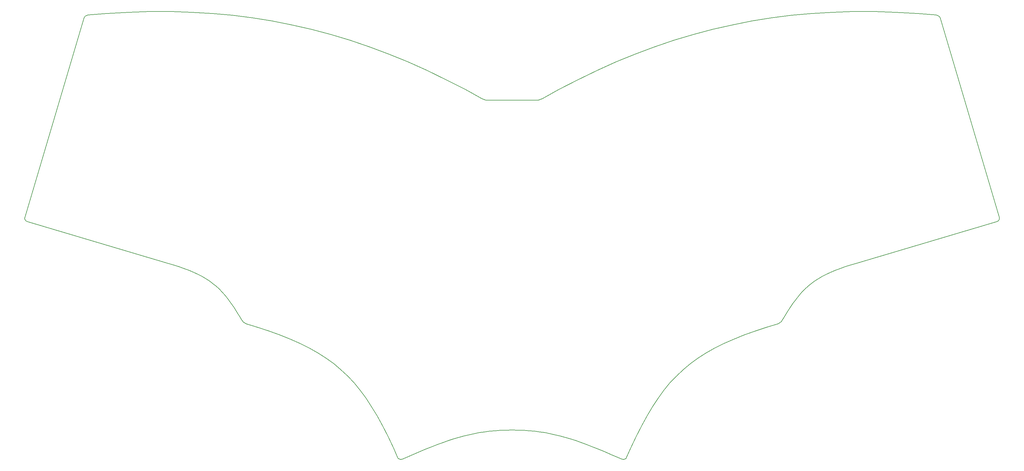
<source format=gm1>
G04 #@! TF.GenerationSoftware,KiCad,Pcbnew,5.1.6-c6e7f7d~87~ubuntu16.04.1*
G04 #@! TF.CreationDate,2020-08-10T13:21:27+02:00*
G04 #@! TF.ProjectId,ack42_pcb,61636b34-325f-4706-9362-2e6b69636164,rev?*
G04 #@! TF.SameCoordinates,Original*
G04 #@! TF.FileFunction,Profile,NP*
%FSLAX46Y46*%
G04 Gerber Fmt 4.6, Leading zero omitted, Abs format (unit mm)*
G04 Created by KiCad (PCBNEW 5.1.6-c6e7f7d~87~ubuntu16.04.1) date 2020-08-10 13:21:27*
%MOMM*%
%LPD*%
G01*
G04 APERTURE LIST*
G04 #@! TA.AperFunction,Profile*
%ADD10C,0.200000*%
G04 #@! TD*
G04 APERTURE END LIST*
D10*
X167877453Y-46438894D02*
X162172836Y-49375903D01*
X249052198Y-26363835D02*
X242934779Y-26545835D01*
X255258216Y-26366835D02*
X249052198Y-26363835D01*
X261559234Y-26551835D02*
X255258216Y-26366835D01*
X267965254Y-26918836D02*
X261559234Y-26551835D01*
X273486761Y-27381362D02*
X267965254Y-26918836D01*
X157315562Y-52041772D02*
X157096708Y-52153073D01*
X157096708Y-52153073D02*
X156871961Y-52250117D01*
X156871961Y-52250117D02*
X156642020Y-52332723D01*
X156642020Y-52332723D02*
X156407587Y-52400712D01*
X156407587Y-52400712D02*
X156169359Y-52453905D01*
X156169359Y-52453905D02*
X155928038Y-52492122D01*
X155928038Y-52492122D02*
X155684324Y-52515184D01*
X155684324Y-52515184D02*
X155438916Y-52522912D01*
X292135307Y-87055397D02*
X274767295Y-28423660D01*
X274767295Y-28423660D02*
X274687747Y-28214951D01*
X274687747Y-28214951D02*
X274579459Y-28023980D01*
X274579459Y-28023980D02*
X274445297Y-27853080D01*
X274445297Y-27853080D02*
X274288129Y-27704587D01*
X274288129Y-27704587D02*
X274110823Y-27580834D01*
X274110823Y-27580834D02*
X273916248Y-27484156D01*
X273916248Y-27484156D02*
X273707271Y-27416887D01*
X273707271Y-27416887D02*
X273486761Y-27381362D01*
X250135201Y-100539356D02*
X291460505Y-88298235D01*
X248347995Y-101082957D02*
X250135201Y-100539356D01*
X246682290Y-101621659D02*
X248347995Y-101082957D01*
X245129286Y-102162461D02*
X246682290Y-101621659D01*
X243680481Y-102712062D02*
X245129286Y-102162461D01*
X242327177Y-103277064D02*
X243680481Y-102712062D01*
X241060874Y-103864366D02*
X242327177Y-103277064D01*
X239872870Y-104480668D02*
X241060874Y-103864366D01*
X238754667Y-105132670D02*
X239872870Y-104480668D01*
X237697663Y-105827272D02*
X238754667Y-105132670D01*
X236693160Y-106571074D02*
X237697663Y-105827272D01*
X235732758Y-107370877D02*
X236693160Y-106571074D01*
X234807655Y-108233379D02*
X235732758Y-107370877D01*
X233909452Y-109165482D02*
X234807655Y-108233379D01*
X233029349Y-110173785D02*
X233909452Y-109165482D01*
X232158947Y-111265089D02*
X233029349Y-110173785D01*
X231289644Y-112446092D02*
X232158947Y-111265089D01*
X230412642Y-113723596D02*
X231289644Y-112446092D01*
X229519639Y-115104400D02*
X230412642Y-113723596D01*
X62968340Y-109165482D02*
X63848443Y-110173785D01*
X62070137Y-108233379D02*
X62968340Y-109165482D01*
X61145034Y-107370877D02*
X62070137Y-108233379D01*
X60184632Y-106571074D02*
X61145034Y-107370877D01*
X59180129Y-105827272D02*
X60184632Y-106571074D01*
X58123125Y-105132670D02*
X59180129Y-105827272D01*
X57004922Y-104480668D02*
X58123125Y-105132670D01*
X55816918Y-103864366D02*
X57004922Y-104480668D01*
X54550615Y-103277064D02*
X55816918Y-103864366D01*
X68717946Y-117342065D02*
X68849739Y-117542877D01*
X68849739Y-117542877D02*
X68998613Y-117729403D01*
X68998613Y-117729403D02*
X69163365Y-117900697D01*
X69163365Y-117900697D02*
X69342796Y-118055815D01*
X69342796Y-118055815D02*
X69535705Y-118193811D01*
X69535705Y-118193811D02*
X69740893Y-118313741D01*
X69740893Y-118313741D02*
X69957159Y-118414659D01*
X69957159Y-118414659D02*
X70183302Y-118495621D01*
X22110495Y-28423660D02*
X4742487Y-87055397D01*
X4822485Y-87816572D02*
X4948955Y-87998188D01*
X4948955Y-87998188D02*
X5110627Y-88146326D01*
X5110627Y-88146326D02*
X5301218Y-88255898D01*
X5301218Y-88255898D02*
X5417286Y-88298235D01*
X106318769Y-36749866D02*
X100643352Y-34833860D01*
X111984286Y-38865871D02*
X106318769Y-36749866D01*
X117647903Y-41185878D02*
X111984286Y-38865871D01*
X123317320Y-43708886D02*
X117647903Y-41185878D01*
X129000338Y-46438894D02*
X123317320Y-43708886D01*
X134704953Y-49375903D02*
X129000338Y-46438894D01*
X228601736Y-116595204D02*
X229519639Y-115104400D01*
X228159845Y-117342065D02*
X228601736Y-116595204D01*
X292055308Y-87816573D02*
X292138741Y-87611589D01*
X292138741Y-87611589D02*
X292174926Y-87395317D01*
X292174926Y-87395317D02*
X292163016Y-87175796D01*
X292163016Y-87175796D02*
X292135307Y-87055397D01*
X291460505Y-88298235D02*
X291664447Y-88212287D01*
X291664447Y-88212287D02*
X291842961Y-88084946D01*
X291842961Y-88084946D02*
X291989765Y-87921301D01*
X291989765Y-87921301D02*
X292055308Y-87816573D01*
X223819022Y-119376512D02*
X226694490Y-118495621D01*
X220241611Y-120558716D02*
X223819022Y-119376512D01*
X216903001Y-121762920D02*
X220241611Y-120558716D01*
X213787792Y-123002623D02*
X216903001Y-121762920D01*
X210880683Y-124291727D02*
X213787792Y-123002623D01*
X208166175Y-125643531D02*
X210880683Y-124291727D01*
X205628967Y-127071835D02*
X208166175Y-125643531D01*
X203253660Y-128590140D02*
X205628967Y-127071835D01*
X201024853Y-130212045D02*
X203253660Y-128590140D01*
X198927247Y-131951250D02*
X201024853Y-130212045D01*
X196945441Y-133821256D02*
X198927247Y-131951250D01*
X195063935Y-135835761D02*
X196945441Y-133821256D01*
X193267530Y-138008368D02*
X195063935Y-135835761D01*
X165681647Y-152432071D02*
X167248952Y-152944102D01*
X164141942Y-151966970D02*
X165681647Y-152432071D01*
X162621638Y-151548348D02*
X164141942Y-151966970D01*
X161112333Y-151175727D02*
X162621638Y-151548348D01*
X159605829Y-150848666D02*
X161112333Y-151175727D01*
X158093674Y-150566695D02*
X159605829Y-150848666D01*
X156567689Y-150329375D02*
X158093674Y-150566695D01*
X155019525Y-150136234D02*
X156567689Y-150329375D01*
X153440880Y-149986804D02*
X155019525Y-150136234D01*
X151823425Y-149880633D02*
X153440880Y-149986804D01*
X150158860Y-149817273D02*
X151823425Y-149880633D01*
X148438895Y-149796253D02*
X150158860Y-149817273D01*
X146718930Y-149817273D02*
X148438895Y-149796253D01*
X145054365Y-149880633D02*
X146718930Y-149817273D01*
X143436910Y-149986804D02*
X145054365Y-149880633D01*
X141858265Y-150136234D02*
X143436910Y-149986804D01*
X140310101Y-150329375D02*
X141858265Y-150136234D01*
X23391032Y-27381362D02*
X23170521Y-27416886D01*
X23170521Y-27416886D02*
X22961543Y-27484155D01*
X22961543Y-27484155D02*
X22766968Y-27580833D01*
X22766968Y-27580833D02*
X22589662Y-27704586D01*
X22589662Y-27704586D02*
X22432494Y-27853079D01*
X22432494Y-27853079D02*
X22298331Y-28023979D01*
X22298331Y-28023979D02*
X22190042Y-28214951D01*
X22190042Y-28214951D02*
X22110495Y-28423660D01*
X53197311Y-102712062D02*
X54550615Y-103277064D01*
X51748506Y-102162461D02*
X53197311Y-102712062D01*
X50195502Y-101621659D02*
X51748506Y-102162461D01*
X48529798Y-101082957D02*
X50195502Y-101621659D01*
X46742592Y-100539356D02*
X48529798Y-101082957D01*
X5417286Y-88298235D02*
X46742592Y-100539356D01*
X114689841Y-157871620D02*
X114790698Y-158048097D01*
X114790698Y-158048097D02*
X114956931Y-158229208D01*
X114956931Y-158229208D02*
X115158222Y-158362721D01*
X115158222Y-158362721D02*
X115384323Y-158444646D01*
X115384323Y-158444646D02*
X115624987Y-158470993D01*
X115624987Y-158470993D02*
X115869967Y-158437769D01*
X115869967Y-158437769D02*
X116014763Y-158387582D01*
X68276056Y-116595204D02*
X68717946Y-117342065D01*
X67358153Y-115104400D02*
X68276056Y-116595204D01*
X66465150Y-113723596D02*
X67358153Y-115104400D01*
X65588148Y-112446092D02*
X66465150Y-113723596D01*
X64718845Y-111265089D02*
X65588148Y-112446092D01*
X63848443Y-110173785D02*
X64718845Y-111265089D01*
X95852938Y-130212045D02*
X97950544Y-131951250D01*
X93624131Y-128590140D02*
X95852938Y-130212045D01*
X91248824Y-127071835D02*
X93624131Y-128590140D01*
X88711617Y-125643531D02*
X91248824Y-127071835D01*
X85997109Y-124291727D02*
X88711617Y-125643531D01*
X83090000Y-123002623D02*
X85997109Y-124291727D01*
X79974791Y-121762920D02*
X83090000Y-123002623D01*
X76636181Y-120558716D02*
X79974791Y-121762920D01*
X73058770Y-119376512D02*
X76636181Y-120558716D01*
X70183302Y-118495621D02*
X73058770Y-119376512D01*
X113465091Y-155124969D02*
X114689841Y-157871620D01*
X111855686Y-151718299D02*
X113465091Y-155124969D01*
X110253581Y-148551299D02*
X111855686Y-151718299D01*
X108643376Y-145610490D02*
X110253581Y-148551299D01*
X107009671Y-142882083D02*
X108643376Y-145610490D01*
X105337166Y-140352575D02*
X107009671Y-142882083D01*
X103610261Y-138008368D02*
X105337166Y-140352575D01*
X101813856Y-135835761D02*
X103610261Y-138008368D01*
X99932350Y-133821256D02*
X101813856Y-135835761D01*
X97950544Y-131951250D02*
X99932350Y-133821256D01*
X139562223Y-52041772D02*
X134704953Y-49375903D01*
X155438916Y-52522912D02*
X141438874Y-52522912D01*
X141438874Y-52522912D02*
X141193465Y-52515184D01*
X141193465Y-52515184D02*
X140949749Y-52492123D01*
X140949749Y-52492123D02*
X140708428Y-52453905D01*
X140708428Y-52453905D02*
X140470200Y-52400713D01*
X140470200Y-52400713D02*
X140235765Y-52332723D01*
X140235765Y-52332723D02*
X140005824Y-52250117D01*
X140005824Y-52250117D02*
X139781077Y-52153073D01*
X139781077Y-52153073D02*
X139562223Y-52041772D01*
X162172836Y-49375903D02*
X157315562Y-52041772D01*
X173560471Y-43708886D02*
X167877453Y-46438894D01*
X179229888Y-41185878D02*
X173560471Y-43708886D01*
X184893505Y-38865871D02*
X179229888Y-41185878D01*
X190559022Y-36749866D02*
X184893505Y-38865871D01*
X196234439Y-34833860D02*
X190559022Y-36749866D01*
X201927556Y-33117855D02*
X196234439Y-34833860D01*
X207646273Y-31598850D02*
X201927556Y-33117855D01*
X213398390Y-30276847D02*
X207646273Y-31598850D01*
X219191808Y-29147843D02*
X213398390Y-30276847D01*
X225034225Y-28212840D02*
X219191808Y-29147843D01*
X230933643Y-27467838D02*
X225034225Y-28212840D01*
X236897861Y-26912836D02*
X230933643Y-27467838D01*
X242934779Y-26545835D02*
X236897861Y-26912836D01*
X138784116Y-150566695D02*
X140310101Y-150329375D01*
X137271961Y-150848666D02*
X138784116Y-150566695D01*
X135765457Y-151175727D02*
X137271961Y-150848666D01*
X134256151Y-151548348D02*
X135765457Y-151175727D01*
X132735848Y-151966970D02*
X134256151Y-151548348D01*
X131196143Y-152432071D02*
X132735848Y-151966970D01*
X129628839Y-152944102D02*
X131196143Y-152432071D01*
X128025535Y-153503524D02*
X129628839Y-152944102D01*
X126377830Y-154110806D02*
X128025535Y-153503524D01*
X124677725Y-154766368D02*
X126377830Y-154110806D01*
X122916619Y-155470720D02*
X124677725Y-154766368D01*
X121086314Y-156224292D02*
X122916619Y-155470720D01*
X119178508Y-157027545D02*
X121086314Y-156224292D01*
X117184802Y-157880946D02*
X119178508Y-157027545D01*
X116014763Y-158387582D02*
X117184802Y-157880946D01*
X180863032Y-158387582D02*
X181056676Y-158449369D01*
X181056676Y-158449369D02*
X181301611Y-158470358D01*
X181301611Y-158470358D02*
X181540181Y-158432576D01*
X181540181Y-158432576D02*
X181762138Y-158340015D01*
X181762138Y-158340015D02*
X181957235Y-158196663D01*
X181957235Y-158196663D02*
X182115226Y-158006513D01*
X182115226Y-158006513D02*
X182187946Y-157871620D01*
X4742487Y-87055397D02*
X4703492Y-87273247D01*
X4703492Y-87273247D02*
X4713061Y-87492316D01*
X4713061Y-87492316D02*
X4770350Y-87704564D01*
X4770350Y-87704564D02*
X4822485Y-87816572D01*
X28912538Y-26918836D02*
X23391032Y-27381362D01*
X35318558Y-26551835D02*
X28912538Y-26918836D01*
X41619577Y-26366835D02*
X35318558Y-26551835D01*
X47825595Y-26363835D02*
X41619577Y-26366835D01*
X53943013Y-26545835D02*
X47825595Y-26363835D01*
X59979931Y-26912836D02*
X53943013Y-26545835D01*
X191540625Y-140352575D02*
X193267530Y-138008368D01*
X189868120Y-142882083D02*
X191540625Y-140352575D01*
X188234415Y-145610490D02*
X189868120Y-142882083D01*
X186624210Y-148551299D02*
X188234415Y-145610490D01*
X185022105Y-151718299D02*
X186624210Y-148551299D01*
X183412700Y-155124969D02*
X185022105Y-151718299D01*
X182187946Y-157871620D02*
X183412700Y-155124969D01*
X226694490Y-118495621D02*
X226920632Y-118414659D01*
X226920632Y-118414659D02*
X227136898Y-118313741D01*
X227136898Y-118313741D02*
X227342085Y-118193811D01*
X227342085Y-118193811D02*
X227534995Y-118055815D01*
X227534995Y-118055815D02*
X227714425Y-117900697D01*
X227714425Y-117900697D02*
X227879178Y-117729403D01*
X227879178Y-117729403D02*
X228028051Y-117542877D01*
X228028051Y-117542877D02*
X228159845Y-117342065D01*
X179692989Y-157880946D02*
X180863032Y-158387582D01*
X177699283Y-157027545D02*
X179692989Y-157880946D01*
X175791477Y-156224292D02*
X177699283Y-157027545D01*
X173961172Y-155470720D02*
X175791477Y-156224292D01*
X172200066Y-154766368D02*
X173961172Y-155470720D01*
X170499961Y-154110806D02*
X172200066Y-154766368D01*
X168852256Y-153503524D02*
X170499961Y-154110806D01*
X167248952Y-152944102D02*
X168852256Y-153503524D01*
X65944149Y-27467838D02*
X59979931Y-26912836D01*
X71843567Y-28212840D02*
X65944149Y-27467838D01*
X77685984Y-29147843D02*
X71843567Y-28212840D01*
X83479402Y-30276847D02*
X77685984Y-29147843D01*
X89231519Y-31598850D02*
X83479402Y-30276847D01*
X94950235Y-33117855D02*
X89231519Y-31598850D01*
X100643352Y-34833860D02*
X94950235Y-33117855D01*
M02*

</source>
